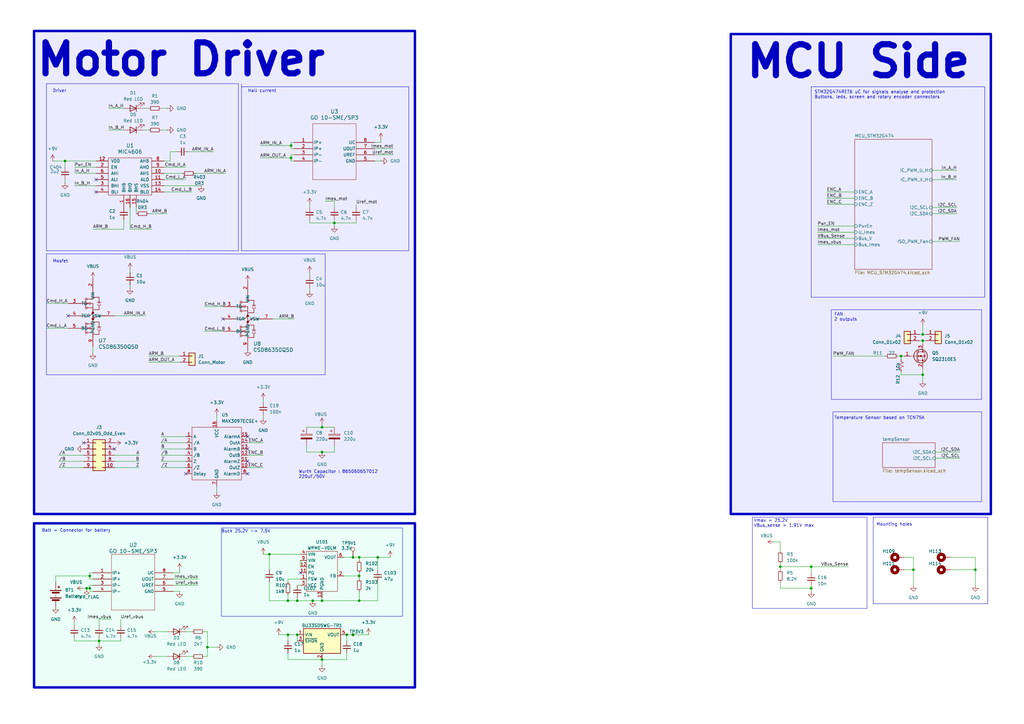
<source format=kicad_sch>
(kicad_sch (version 20250114) (generator "eeschema") (generator_version "9.0")
  (paper "A3")
  (title_block (title "AAP Inverter") (date "2023-10-08") (company "ENSEA"))
  (lib_symbols
    (symbol "CSD86350Q5D_1" (pin_names (offset 0.254))
      (property "Reference" "U7" (at 2.1941 -10.16 0))
      (property "Value" "CSD86350Q5D" (at 2.1941 -12.7 0))
      (symbol "CSD86350Q5D_1_0_1"
        (pin unspecified line (at -10.16 5.08 0) (length 5.08) (name "TG") (number "3"))
        (pin unspecified line (at -10.16 0 0) (length 5.08) (name "TGR") (number "4"))
        (pin unspecified line (at -10.16 -5.08 0) (length 5.08) (name "BG") (number "5"))
        (pin unspecified line (at 0 15.24 270) (length 5.08) (name "VIN") (number "2"))
        (pin unspecified line (at 0 -12.7 90) (length 5.08) (name "PGND") (number "9"))
        (pin unspecified line (at 8.89 0 180) (length 5.08) (name "VSW") (number "7"))
      )
      (symbol "CSD86350Q5D_1_1_1"
        (pin unspecified line (at 0 15.24 270) (length 5.08) (hide yes) (name "VIN") (number "1"))
        (pin unspecified line (at 8.89 0 180) (length 5.08) (hide yes) (name "VSW") (number "6"))
        (pin unspecified line (at 8.89 0 180) (length 5.08) (hide yes) (name "VSW") (number "8"))
      )
    )
    (symbol "CSD87351Q5D:CSD86350Q5D" (pin_names (offset 0.254))
      (property "Reference" "U8" (at 2.1941 -10.16 0))
      (property "Value" "CSD86350Q5D" (at 2.1941 -12.7 0))
      (symbol "CSD86350Q5D_0_1"
        (pin unspecified line (at -10.16 5.08 0) (length 5.08) (name "TG") (number "3"))
        (pin unspecified line (at -10.16 0 0) (length 5.08) (name "TGR") (number "4"))
        (pin unspecified line (at -10.16 -5.08 0) (length 5.08) (name "BG") (number "5"))
        (pin unspecified line (at 0 15.24 270) (length 5.08) (name "VIN") (number "2"))
        (pin unspecified line (at 0 -12.7 90) (length 5.08) (name "PGND") (number "9"))
        (pin unspecified line (at 10.16 0 180) (length 5.08) (name "VSW") (number "7"))
      )
      (symbol "CSD86350Q5D_1_1"
        (pin unspecified line (at 0 15.24 270) (length 5.08) (hide yes) (name "VIN") (number "1"))
        (pin unspecified line (at 10.16 0 180) (length 5.08) (hide yes) (name "VSW") (number "6"))
        (pin unspecified line (at 10.16 0 180) (length 5.08) (hide yes) (name "VSW") (number "8"))
      )
    )
    (symbol "Connector:TestPoint" (pin_numbers (hide yes)) (pin_names (offset 0.762) (hide yes))
      (property "Reference" "TP" (at 0 6.858 0))
      (property "Value" "TestPoint" (at 0 5.08 0))
      (symbol "TestPoint_1_1"
        (pin passive line (at 0 0 90) (length 2.54) (name "1") (number "1"))
      )
    )
    (symbol "Connector:TestPoint_Small" (pin_numbers (hide yes)) (pin_names (offset 0.762) (hide yes))
      (property "Reference" "TP" (at 0 3.81 0))
      (property "Value" "TestPoint_Small" (at 0 2.032 0))
      (symbol "TestPoint_Small_1_1"
        (pin passive line (at 0 0 90) (length 0) (name "1") (number "1"))
      )
    )
    (symbol "Connector_Generic:Conn_01x02" (pin_names (offset 1.016) (hide yes))
      (property "Reference" "J" (at 0 2.54 0))
      (property "Value" "Conn_01x02" (at 0 -5.08 0))
      (symbol "Conn_01x02_1_1"
        (pin passive line (at -5.08 0 0) (length 3.81) (name "Pin_1") (number "1"))
        (pin passive line (at -5.08 -2.54 0) (length 3.81) (name "Pin_2") (number "2"))
      )
    )
    (symbol "Connector_Generic:Conn_02x05_Odd_Even" (pin_names (offset 1.016) (hide yes))
      (property "Reference" "J" (at 1.27 7.62 0))
      (property "Value" "Conn_02x05_Odd_Even" (at 1.27 -7.62 0))
      (symbol "Conn_02x05_Odd_Even_1_1"
        (pin passive line (at -5.08 5.08 0) (length 3.81) (name "Pin_1") (number "1"))
        (pin passive line (at -5.08 2.54 0) (length 3.81) (name "Pin_3") (number "3"))
        (pin passive line (at -5.08 0 0) (length 3.81) (name "Pin_5") (number "5"))
        (pin passive line (at -5.08 -2.54 0) (length 3.81) (name "Pin_7") (number "7"))
        (pin passive line (at -5.08 -5.08 0) (length 3.81) (name "Pin_9") (number "9"))
        (pin passive line (at 7.62 5.08 180) (length 3.81) (name "Pin_2") (number "2"))
        (pin passive line (at 7.62 2.54 180) (length 3.81) (name "Pin_4") (number "4"))
        (pin passive line (at 7.62 0 180) (length 3.81) (name "Pin_6") (number "6"))
        (pin passive line (at 7.62 -2.54 180) (length 3.81) (name "Pin_8") (number "8"))
        (pin passive line (at 7.62 -5.08 180) (length 3.81) (name "Pin_10") (number "10"))
      )
    )
    (symbol "Custom:Buck171013801"
      (property "Reference" "U101" (at 0 10.16 0))
      (property "Value" "WPME-VDLM" (at 0 7.62 0))
      (symbol "Buck171013801_1_1"
        (pin power_in line (at -8.89 5.08 0) (length 2.54) (name "VIN") (number "4"))
        (pin power_in line (at -8.89 5.08 0) (length 2.54) (hide yes) (name "VIN") (number "5"))
        (pin power_out line (at -8.89 2.54 0) (length 2.54) (name "VIN") (number "9"))
        (pin input line (at -8.89 0 0) (length 2.54) (name "EN") (number "12"))
        (pin input line (at -8.89 -2.54 0) (length 2.54) (name "PG") (number "11"))
        (pin input line (at -8.89 -5.08 0) (length 2.54) (name "FSW") (number "1"))
        (pin input line (at -8.89 -7.62 0) (length 2.54) (name "VCC") (number "3"))
        (pin input line (at 0 -12.7 90) (length 2.54) (hide yes) (name "AGND") (number "10"))
        (pin input line (at 0 -12.7 90) (length 2.54) (name "PGND") (number "13"))
        (pin power_out line (at 8.89 3.81 180) (length 2.54) (name "VOUT") (number "6"))
        (pin power_out line (at 8.89 3.81 180) (length 2.54) (hide yes) (name "VOUT") (number "7"))
        (pin input line (at 8.89 -3.81 180) (length 2.54) (name "FB") (number "2"))
      )
    )
    (symbol "Custom:GO_10-SME" (pin_names (offset 0.254))
      (property "Reference" "U" (at 7.62 -12.7 0))
      (property "Value" "GO 10-SME/SP3" (at 0 12.7 0))
      (symbol "GO_10-SME_0_1"
        (pin input line (at -16.51 3.81 0) (length 7.62) (name "IP+") (number "1"))
        (pin input line (at -16.51 1.27 0) (length 7.62) (name "IP+") (number "2"))
        (pin power_in line (at 16.51 3.81 180) (length 7.62) (name "UC") (number "8"))
        (pin output line (at 16.51 1.27 180) (length 7.62) (name "UOUT") (number "7"))
      )
      (symbol "GO_10-SME_1_1"
        (pin passive line (at -16.51 -1.27 0) (length 7.62) (name "IP-") (number "3"))
        (pin passive line (at -16.51 -3.81 0) (length 7.62) (name "IP-") (number "4"))
        (pin output line (at 16.51 -1.27 180) (length 7.62) (name "UREF") (number "6"))
        (pin power_in line (at 16.51 -3.81 180) (length 7.62) (name "GND") (number "5"))
      )
    )
    (symbol "Custom:MAX3097ECSE+"
      (property "Reference" "U" (at -8.89 12.7 0))
      (property "Value" "MAX3097ECSE+" (at 8.89 12.7 0))
      (symbol "MAX3097ECSE+_1_1"
        (pin input line (at -12.7 7.62 0) (length 2.54) (name "A") (number "1"))
        (pin input line (at -12.7 5.08 0) (length 2.54) (name "/A") (number "2"))
        (pin input line (at -12.7 2.54 0) (length 2.54) (name "B") (number "3"))
        (pin input line (at -12.7 0 0) (length 2.54) (name "/B") (number "4"))
        (pin input line (at -12.7 -2.54 0) (length 2.54) (name "Z") (number "5"))
        (pin input line (at -12.7 -5.08 0) (length 2.54) (name "/Z") (number "6"))
        (pin input line (at -12.7 -7.62 0) (length 2.54) (name "Delay") (number "8"))
        (pin power_in line (at 0 13.97 270) (length 2.54) (name "VCC") (number "16"))
        (pin power_in line (at 0 -12.7 90) (length 2.54) (name "GND") (number "7"))
        (pin output line (at 12.7 7.62 180) (length 2.54) (name "AlarmA") (number "15"))
        (pin output line (at 12.7 5.08 180) (length 2.54) (name "OutA") (number "14"))
        (pin output line (at 12.7 2.54 180) (length 2.54) (name "AlarmB") (number "13"))
        (pin output line (at 12.7 0 180) (length 2.54) (name "OutB") (number "12"))
        (pin output line (at 12.7 -2.54 180) (length 2.54) (name "AlarmZ") (number "11"))
        (pin output line (at 12.7 -5.08 180) (length 2.54) (name "OutZ") (number "10"))
        (pin output line (at 12.7 -7.62 180) (length 2.54) (name "AlarmD") (number "8"))
      )
    )
    (symbol "Device:Battery" (pin_numbers (hide yes)) (pin_names (offset 0) (hide yes))
      (property "Reference" "BT1" (at 3.81 1.8416 0))
      (property "Value" "Battery" (at 3.81 -0.6984 0))
      (symbol "Battery_1_1"
        (pin passive line (at 0 5.08 270) (length 2.54) (name "+") (number "2"))
        (pin passive line (at 0 -5.08 90) (length 2.54) (name "-") (number "1"))
      )
    )
    (symbol "Device:C_Polarized" (pin_numbers (hide yes)) (pin_names (offset 0.254))
      (property "Reference" "C" (at 0.635 2.54 0))
      (property "Value" "C_Polarized" (at 0.635 -2.54 0))
      (symbol "C_Polarized_1_1"
        (pin passive line (at 0 3.81 270) (length 2.794) (name "~") (number "1"))
        (pin passive line (at 0 -3.81 90) (length 2.794) (name "~") (number "2"))
      )
    )
    (symbol "Device:C_Small" (pin_numbers (hide yes)) (pin_names (offset 0.254) (hide yes))
      (property "Reference" "C" (at 0.254 1.778 0))
      (property "Value" "C_Small" (at 0.254 -2.032 0))
      (symbol "C_Small_1_1"
        (pin passive line (at 0 2.54 270) (length 2.032) (name "~") (number "1"))
        (pin passive line (at 0 -2.54 90) (length 2.032) (name "~") (number "2"))
      )
    )
    (symbol "Device:LED" (pin_numbers (hide yes)) (pin_names (offset 1.016) (hide yes))
      (property "Reference" "D" (at 0 2.54 0))
      (property "Value" "LED" (at 0 -2.54 0))
      (symbol "LED_1_1"
        (pin passive line (at -3.81 0 0) (length 2.54) (name "K") (number "1"))
        (pin passive line (at 3.81 0 180) (length 2.54) (name "A") (number "2"))
      )
    )
    (symbol "Device:Q_NMOS_GSD" (pin_names (offset 0) (hide yes))
      (property "Reference" "Q" (at 5.08 1.27 0))
      (property "Value" "Q_NMOS_GSD" (at 5.08 -1.27 0))
      (symbol "Q_NMOS_GSD_1_1"
        (pin input line (at -5.08 0 0) (length 2.54) (name "G") (number "1"))
        (pin passive line (at 2.54 5.08 270) (length 2.54) (name "D") (number "3"))
        (pin passive line (at 2.54 -5.08 90) (length 2.54) (name "S") (number "2"))
      )
    )
    (symbol "Device:R_Small" (pin_numbers (hide yes)) (pin_names (offset 0.254) (hide yes))
      (property "Reference" "R" (at 0.762 0.508 0))
      (property "Value" "R_Small" (at 0.762 -1.016 0))
      (symbol "R_Small_1_1"
        (pin passive line (at 0 2.54 270) (length 0.762) (name "~") (number "1"))
        (pin passive line (at 0 -2.54 90) (length 0.762) (name "~") (number "2"))
      )
    )
    (symbol "Device:R_Small_US" (pin_numbers (hide yes)) (pin_names (offset 0.254) (hide yes))
      (property "Reference" "R" (at 0.762 0.508 0))
      (property "Value" "R_Small_US" (at 0.762 -1.016 0))
      (symbol "R_Small_US_1_1"
        (pin passive line (at 0 2.54 270) (length 1.016) (name "~") (number "1"))
        (pin passive line (at 0 -2.54 90) (length 1.016) (name "~") (number "2"))
      )
    )
    (symbol "GND_1" (power) (pin_numbers (hide yes)) (pin_names (offset 0) (hide yes))
      (property "Value" "GND" (at 0 -3.81 0))
      (symbol "GND_1_1_1"
        (pin power_in line (at 0 0 270) (length 0) (name "~") (number "1"))
      )
    )
    (symbol "GND_2" (power) (pin_numbers (hide yes)) (pin_names (offset 0) (hide yes))
      (property "Value" "GND" (at 0 -3.81 0))
      (symbol "GND_2_1_1"
        (pin power_in line (at 0 0 270) (length 0) (name "~") (number "1"))
      )
    )
    (symbol "Mechanical:MountingHole_Pad" (pin_numbers (hide yes)) (pin_names (offset 1.016) (hide yes))
      (property "Reference" "H" (at 0 6.35 0))
      (property "Value" "MountingHole_Pad" (at 0 4.445 0))
      (symbol "MountingHole_Pad_1_1"
        (pin input line (at 0 -2.54 90) (length 2.54) (name "1") (number "1"))
      )
    )
    (symbol "Regulator_Linear:MCP1802x-xx02xOT"
      (property "Reference" "U" (at -6.35 6.35 0))
      (property "Value" "MCP1802x-xx02xOT" (at 0 6.35 0))
      (symbol "MCP1802x-xx02xOT_1_1"
        (pin power_in line (at -10.16 2.54 0) (length 2.54) (name "VIN") (number "1"))
        (pin input line (at -10.16 0 0) (length 2.54) (name "~{SHDN}") (number "3"))
        (pin power_in line (at 0 -7.62 90) (length 2.54) (name "GND") (number "2"))
        (pin no_connect line (at 7.62 0 180) (length 2.54) (hide yes) (name "NC") (number "4"))
        (pin power_out line (at 10.16 2.54 180) (length 2.54) (name "VOUT") (number "5"))
      )
    )
    (symbol "mic4606:MIC4606" (pin_names (offset 1.016))
      (property "Reference" "U1" (at 0 13.97 0))
      (property "Value" "MIC4606" (at 0 11.43 0))
      (symbol "MIC4606_1_1"
        (pin power_in line (at -13.97 7.62 0) (length 5.08) (name "VDD") (number "12"))
        (pin input line (at -13.97 5.08 0) (length 5.08) (name "EN") (number "2"))
        (pin input line (at -13.97 2.54 0) (length 5.08) (name "AHI") (number "6"))
        (pin input line (at -13.97 0 0) (length 5.08) (name "ALI") (number "5"))
        (pin input line (at -13.97 -2.54 0) (length 5.08) (name "BHI") (number "3"))
        (pin input line (at -13.97 -5.08 0) (length 5.08) (name "BLI") (number "4"))
        (pin output line (at -2.54 -11.43 90) (length 5.08) (name "BHB") (number "1"))
        (pin output line (at 0 -11.43 90) (length 5.08) (name "BHO") (number "16"))
        (pin output line (at 2.54 -11.43 90) (length 5.08) (name "BHS") (number "15"))
        (pin output line (at 13.97 7.62 180) (length 5.08) (name "AHB") (number "8"))
        (pin output line (at 13.97 5.08 180) (length 5.08) (name "AHO") (number "9"))
        (pin output line (at 13.97 2.54 180) (length 5.08) (name "AHS") (number "10"))
        (pin output line (at 13.97 0 180) (length 5.08) (name "ALO") (number "11"))
        (pin output line (at 13.97 -2.54 180) (length 5.08) (name "VSS") (number "13"))
        (pin output line (at 13.97 -5.08 180) (length 5.08) (name "BLO") (number "14"))
      )
    )
    (symbol "power:+15V" (power) (pin_numbers (hide yes)) (pin_names (offset 0) (hide yes))
      (property "Value" "+15V" (at 0 3.556 0))
      (symbol "+15V_1_1"
        (pin power_in line (at 0 0 90) (length 0) (name "~") (number "1"))
      )
    )
    (symbol "power:+3.3V" (power) (pin_numbers (hide yes)) (pin_names (offset 0) (hide yes))
      (property "Value" "+3.3V" (at 0 3.556 0))
      (symbol "+3.3V_1_1"
        (pin power_in line (at 0 0 90) (length 0) (name "~") (number "1"))
      )
    )
    (symbol "power:GND" (power) (pin_names (offset 0))
      (property "Value" "GND" (at 0 -3.81 0))
      (symbol "GND_1_1"
        (pin power_in line (at 0 0 270) (length 0) (hide yes) (name "GND") (number "1"))
      )
    )
    (symbol "power:PWR_FLAG" (power) (pin_numbers (hide yes)) (pin_names (offset 0) (hide yes))
      (property "Value" "PWR_FLAG" (at 0 3.81 0))
      (symbol "PWR_FLAG_0_0"
        (pin power_out line (at 0 0 90) (length 0) (name "pwr") (number "1"))
      )
    )
    (symbol "power:VBUS" (power) (pin_numbers (hide yes)) (pin_names (offset 0) (hide yes))
      (property "Value" "VBUS" (at 0 3.556 0))
      (symbol "VBUS_1_1"
        (pin power_in line (at 0 0 90) (length 0) (name "~") (number "1"))
      )
    )
  )
  (rectangle (start 13.97 214.63) (end 170.18 281.94) (stroke (width 1)) (fill (type color) (color 235 255 248 1)))
  (rectangle (start 299.72 13.97) (end 406.4 210.82) (stroke (width 1)) (fill (type color) (color 235 235 255 1)))
  (rectangle (start 90.805 216.535) (end 165.1 252.73))
  (rectangle (start 332.74 35.56) (end 403.86 121.92))
  (rectangle (start 308.61 212.09) (end 355.6 249.555))
  (rectangle (start 13.97 12.7) (end 170.18 210.82) (stroke (width 1)) (fill (type color) (color 235 235 255 1)))
  (rectangle (start 340.995 127) (end 402.59 163.83))
  (rectangle (start 358.14 212.09) (end 405.13 247.65))
  (rectangle (start 341.63 168.91) (end 402.59 205.74))
  (text "Temperature Sensor based on TCN75A" (at 342.138 172.212 0) (effects (font (size 1.27 1.27)) (justify left bottom)))
  (text "STM32G474RET6 uC for signals analyse and protection\nButtons, leds, screen and rotary encoder connectors" (at 334.01 40.64 0) (effects (font (size 1.27 1.27)) (justify left bottom)))
  (text "Mounting holes\n" (at 359.41 215.9 0) (effects (font (size 1.27 1.27)) (justify left bottom)))
  (text "Hall current" (at 101.6 38.1 0) (effects (font (size 1.27 1.27)) (justify left bottom)))
  (text "Mosfet" (at 21.59 107.95 0) (effects (font (size 1.27 1.27)) (justify left bottom)))
  (text "Vmax = 25.2V\nVBus_sense = 1.91V max" (at 309.118 214.63 0) (effects (font (size 1.27 1.27)) (justify left)))
  (text "Wurth Capacitor : 865060657012\n220uF/50V\n" (at 122.428 196.342 0) (effects (font (size 1.27 1.27)) (justify left bottom)))
  (text "Batt = Connector for battery" (at 31.242 217.678 0) (effects (font (size 1.27 1.27))))
  (text "Driver" (at 21.59 38.1 0) (effects (font (size 1.27 1.27)) (justify left bottom)))
  (text "MCU Side" (at 305.054 32.766 0) (effects (font (size 12.7 12.7) (thickness 2.54) (bold yes)) (justify left bottom)))
  (text "FAN \n2 outputs" (at 342.138 131.826 0) (effects (font (size 1.27 1.27)) (justify left bottom)))
  (text "Buck 25.2V -> 7.5V" (at 100.838 217.932 0) (effects (font (size 1.27 1.27))))
  (text "Motor Driver" (at 13.97 32.004 0) (effects (font (size 12.7 12.7) (thickness 2.54) (bold yes)) (justify left bottom)))
  (junction (at 144.78 228.6))
  (junction (at 378.46 137.16))
  (junction (at 147.32 228.6))
  (junction (at 147.32 236.22))
  (junction (at 36.83 236.22))
  (junction (at 40.64 262.89))
  (junction (at 137.16 91.44))
  (junction (at 26.67 66.04))
  (junction (at 320.04 232.41))
  (junction (at 132.08 185.42))
  (junction (at 132.08 246.38))
  (junction (at 378.46 139.7))
  (junction (at 121.92 260.35))
  (junction (at 400.05 233.68))
  (junction (at 332.74 232.41))
  (junction (at 36.83 241.3))
  (junction (at 374.65 233.68))
  (junction (at 110.49 227.33))
  (junction (at 119.38 59.69))
  (junction (at 142.24 260.35))
  (junction (at 119.38 64.77))
  (junction (at 128.27 246.38))
  (junction (at 132.08 270.51))
  (junction (at 154.94 228.6))
  (junction (at 144.78 260.35))
  (junction (at 85.09 265.43))
  (junction (at 35.56 241.3))
  (junction (at 369.57 146.05))
  (junction (at 332.74 241.3))
  (junction (at 147.32 246.38))
  (junction (at 378.46 153.67))
  (junction (at 121.92 246.38))
  (junction (at 118.11 260.35))
  (junction (at 118.11 246.38))
  (junction (at 132.08 175.26))
  (no_connect (at 101.6 189.23))
  (no_connect (at 76.2 194.31))
  (no_connect (at 39.37 78.74))
  (no_connect (at 91.44 130.81))
  (no_connect (at 27.94 129.54))
  (no_connect (at 101.6 184.15))
  (no_connect (at 46.99 184.15))
  (no_connect (at 34.29 181.61))
  (no_connect (at 101.6 194.31))
  (no_connect (at 123.19 234.95))
  (no_connect (at 101.6 179.07))
  (no_connect (at 39.37 73.66))
  (polyline (pts (xy 99.06 35.56) (xy 167.64 35.56)))
  (wire (pts (xy 106.68 59.69) (xy 119.38 59.69)))
  (wire (pts (xy 73.66 234.95) (xy 73.66 233.68)))
  (wire (pts (xy 40.64 262.89) (xy 49.53 262.89)))
  (polyline (pts (xy 167.64 102.87) (xy 99.06 102.87)))
  (wire (pts (xy 377.19 139.7) (xy 378.46 139.7)))
  (wire (pts (xy 339.09 78.74) (xy 350.52 78.74)))
  (wire (pts (xy 383.54 185.42) (xy 393.7 185.42)))
  (wire (pts (xy 46.99 129.54) (xy 59.69 129.54)))
  (wire (pts (xy 332.74 241.3) (xy 332.74 242.57)))
  (wire (pts (xy 137.16 91.44) (xy 146.05 91.44)))
  (wire (pts (xy 66.04 44.45) (xy 68.58 44.45)))
  (wire (pts (xy 378.46 139.7) (xy 379.73 139.7)))
  (wire (pts (xy 83.82 259.08) (xy 85.09 259.08)))
  (polyline (pts (xy 133.35 104.14) (xy 133.35 153.67)))
  (wire (pts (xy 320.04 232.41) (xy 332.74 232.41)))
  (wire (pts (xy 147.32 242.57) (xy 147.32 246.38)))
  (wire (pts (xy 119.38 58.42) (xy 119.38 59.69)))
  (wire (pts (xy 382.27 69.85) (xy 392.43 69.85)))
  (wire (pts (xy 46.99 186.69) (xy 57.15 186.69)))
  (wire (pts (xy 335.28 92.71) (xy 350.52 92.71)))
  (wire (pts (xy 107.95 181.61) (xy 101.6 181.61)))
  (wire (pts (xy 50.8 93.98) (xy 38.1 93.98)))
  (wire (pts (xy 161.29 60.96) (xy 153.67 60.96)))
  (wire (pts (xy 46.99 189.23) (xy 57.15 189.23)))
  (wire (pts (xy 118.11 267.97) (xy 118.11 270.51)))
  (wire (pts (xy 137.16 82.55) (xy 137.16 85.09)))
  (wire (pts (xy 110.49 246.38) (xy 118.11 246.38)))
  (wire (pts (xy 119.38 64.77) (xy 119.38 66.04)))
  (wire (pts (xy 77.47 62.23) (xy 87.63 62.23)))
  (wire (pts (xy 58.42 53.34) (xy 60.96 53.34)))
  (wire (pts (xy 127 90.17) (xy 127 91.44)))
  (wire (pts (xy 121.92 246.38) (xy 128.27 246.38)))
  (wire (pts (xy 320.04 231.14) (xy 320.04 232.41)))
  (wire (pts (xy 83.82 269.24) (xy 85.09 269.24)))
  (wire (pts (xy 69.85 62.23) (xy 72.39 62.23)))
  (wire (pts (xy 26.67 68.58) (xy 26.67 66.04)))
  (wire (pts (xy 378.46 153.67) (xy 378.46 156.21)))
  (wire (pts (xy 76.2 269.24) (xy 78.74 269.24)))
  (wire (pts (xy 125.73 182.88) (xy 125.73 185.42)))
  (wire (pts (xy 320.04 222.25) (xy 320.04 226.06)))
  (polyline (pts (xy 19.05 104.14) (xy 76.2 104.14)))
  (wire (pts (xy 71.12 242.57) (xy 73.66 242.57)))
  (polyline (pts (xy 19.05 104.14) (xy 19.05 153.67)))
  (wire (pts (xy 36.83 242.57) (xy 38.1 242.57)))
  (wire (pts (xy 44.45 44.45) (xy 50.8 44.45)))
  (wire (pts (xy 45.72 254) (xy 40.64 254)))
  (wire (pts (xy 38.1 142.24) (xy 38.1 144.78)))
  (wire (pts (xy 147.32 237.49) (xy 147.32 236.22)))
  (wire (pts (xy 19.05 134.62) (xy 27.94 134.62)))
  (wire (pts (xy 66.04 179.07) (xy 76.2 179.07)))
  (wire (pts (xy 85.09 259.08) (xy 85.09 265.43)))
  (wire (pts (xy 69.85 66.04) (xy 67.31 66.04)))
  (wire (pts (xy 127 111.76) (xy 127 113.03)))
  (wire (pts (xy 35.56 241.3) (xy 36.83 241.3)))
  (wire (pts (xy 128.27 246.38) (xy 132.08 246.38)))
  (wire (pts (xy 26.67 73.66) (xy 26.67 74.93)))
  (wire (pts (xy 378.46 139.7) (xy 378.46 140.97)))
  (wire (pts (xy 400.05 233.68) (xy 400.05 240.03)))
  (wire (pts (xy 389.89 228.6) (xy 400.05 228.6)))
  (polyline (pts (xy 19.05 34.29) (xy 97.79 34.29)))
  (wire (pts (xy 142.24 260.35) (xy 142.24 262.89)))
  (wire (pts (xy 66.04 181.61) (xy 76.2 181.61)))
  (wire (pts (xy 34.29 191.77) (xy 24.13 191.77)))
  (wire (pts (xy 66.04 53.34) (xy 68.58 53.34)))
  (wire (pts (xy 50.8 93.98) (xy 50.8 90.17)))
  (wire (pts (xy 118.11 237.49) (xy 118.11 238.76)))
  (wire (pts (xy 71.12 234.95) (xy 73.66 234.95)))
  (polyline (pts (xy 133.35 153.67) (xy 76.2 153.67)))
  (wire (pts (xy 146.05 90.17) (xy 146.05 91.44)))
  (wire (pts (xy 76.2 68.58) (xy 67.31 68.58)))
  (wire (pts (xy 101.6 186.69) (xy 107.95 186.69)))
  (wire (pts (xy 153.67 58.42) (xy 156.21 58.42)))
  (wire (pts (xy 132.08 270.51) (xy 132.08 273.05)))
  (wire (pts (xy 60.96 146.05) (xy 73.66 146.05)))
  (wire (pts (xy 118.11 260.35) (xy 118.11 262.89)))
  (wire (pts (xy 38.1 237.49) (xy 36.83 237.49)))
  (wire (pts (xy 118.11 260.35) (xy 121.92 260.35)))
  (wire (pts (xy 320.04 238.76) (xy 320.04 241.3)))
  (wire (pts (xy 40.64 262.89) (xy 40.64 264.16)))
  (wire (pts (xy 378.46 151.13) (xy 378.46 153.67)))
  (wire (pts (xy 36.83 240.03) (xy 36.83 241.3)))
  (wire (pts (xy 110.49 238.76) (xy 110.49 246.38)))
  (wire (pts (xy 350.52 83.82) (xy 339.09 83.82)))
  (wire (pts (xy 120.65 60.96) (xy 119.38 60.96)))
  (wire (pts (xy 40.64 261.62) (xy 40.64 262.89)))
  (wire (pts (xy 30.48 68.58) (xy 39.37 68.58)))
  (wire (pts (xy 121.92 260.35) (xy 121.92 262.89)))
  (wire (pts (xy 121.92 245.11) (xy 121.92 246.38)))
  (wire (pts (xy 30.48 255.27) (xy 30.48 256.54)))
  (wire (pts (xy 154.94 238.76) (xy 154.94 246.38)))
  (wire (pts (xy 83.82 125.73) (xy 91.44 125.73)))
  (wire (pts (xy 85.09 265.43) (xy 85.09 269.24)))
  (wire (pts (xy 121.92 240.03) (xy 123.19 240.03)))
  (wire (pts (xy 393.7 99.06) (xy 382.27 99.06)))
  (wire (pts (xy 71.12 237.49) (xy 81.28 237.49)))
  (wire (pts (xy 110.49 227.33) (xy 123.19 227.33)))
  (wire (pts (xy 60.96 87.63) (xy 68.58 87.63)))
  (wire (pts (xy 36.83 240.03) (xy 38.1 240.03)))
  (wire (pts (xy 58.42 44.45) (xy 60.96 44.45)))
  (wire (pts (xy 66.04 186.69) (xy 76.2 186.69)))
  (polyline (pts (xy 76.2 104.14) (xy 77.47 104.14)))
  (wire (pts (xy 153.67 63.5) (xy 161.29 63.5)))
  (wire (pts (xy 127 83.82) (xy 127 85.09)))
  (wire (pts (xy 34.29 189.23) (xy 24.13 189.23)))
  (wire (pts (xy 369.57 146.05) (xy 369.57 147.32)))
  (wire (pts (xy 107.95 227.33) (xy 110.49 227.33)))
  (wire (pts (xy 119.38 64.77) (xy 119.38 63.5)))
  (wire (pts (xy 46.99 191.77) (xy 57.15 191.77)))
  (wire (pts (xy 368.3 146.05) (xy 369.57 146.05)))
  (wire (pts (xy 34.29 241.3) (xy 35.56 241.3)))
  (wire (pts (xy 76.2 73.66) (xy 67.31 73.66)))
  (wire (pts (xy 49.53 254) (xy 49.53 256.54)))
  (wire (pts (xy 111.76 130.81) (xy 120.65 130.81)))
  (wire (pts (xy 30.48 262.89) (xy 40.64 262.89)))
  (wire (pts (xy 67.31 76.2) (xy 82.55 76.2)))
  (polyline (pts (xy 97.79 34.29) (xy 97.79 102.87)))
  (wire (pts (xy 377.19 137.16) (xy 378.46 137.16)))
  (wire (pts (xy 332.74 234.95) (xy 332.74 232.41)))
  (wire (pts (xy 378.46 137.16) (xy 379.73 137.16)))
  (polyline (pts (xy 77.47 104.14) (xy 133.35 104.14)))
  (wire (pts (xy 114.3 260.35) (xy 118.11 260.35)))
  (wire (pts (xy 320.04 232.41) (xy 320.04 233.68)))
  (wire (pts (xy 22.86 236.22) (xy 36.83 236.22)))
  (wire (pts (xy 78.74 78.74) (xy 67.31 78.74)))
  (wire (pts (xy 119.38 66.04) (xy 120.65 66.04)))
  (wire (pts (xy 119.38 58.42) (xy 120.65 58.42)))
  (wire (pts (xy 147.32 246.38) (xy 132.08 246.38)))
  (wire (pts (xy 71.12 240.03) (xy 81.28 240.03)))
  (wire (pts (xy 132.08 173.99) (xy 132.08 175.26)))
  (wire (pts (xy 80.01 71.12) (xy 92.71 71.12)))
  (wire (pts (xy 335.28 100.33) (xy 350.52 100.33)))
  (wire (pts (xy 66.04 184.15) (xy 76.2 184.15)))
  (polyline (pts (xy 19.05 34.29) (xy 19.05 102.87)))
  (wire (pts (xy 101.6 191.77) (xy 107.95 191.77)))
  (wire (pts (xy 332.74 232.41) (xy 347.98 232.41)))
  (wire (pts (xy 118.11 270.51) (xy 132.08 270.51)))
  (wire (pts (xy 119.38 59.69) (xy 119.38 60.96)))
  (wire (pts (xy 369.57 153.67) (xy 378.46 153.67)))
  (wire (pts (xy 382.27 85.09) (xy 392.43 85.09)))
  (wire (pts (xy 66.04 191.77) (xy 76.2 191.77)))
  (wire (pts (xy 118.11 243.84) (xy 118.11 246.38)))
  (wire (pts (xy 341.63 146.05) (xy 363.22 146.05)))
  (wire (pts (xy 53.34 110.49) (xy 53.34 111.76)))
  (wire (pts (xy 137.16 90.17) (xy 137.16 91.44)))
  (wire (pts (xy 118.11 246.38) (xy 121.92 246.38)))
  (wire (pts (xy 60.96 148.59) (xy 73.66 148.59)))
  (wire (pts (xy 320.04 241.3) (xy 332.74 241.3)))
  (wire (pts (xy 127 118.11) (xy 127 119.38)))
  (wire (pts (xy 36.83 236.22) (xy 36.83 237.49)))
  (wire (pts (xy 350.52 97.79) (xy 335.28 97.79)))
  (wire (pts (xy 67.31 71.12) (xy 74.93 71.12)))
  (wire (pts (xy 153.67 66.04) (xy 156.21 66.04)))
  (wire (pts (xy 147.32 229.87) (xy 147.32 228.6)))
  (wire (pts (xy 142.24 260.35) (xy 144.78 260.35)))
  (wire (pts (xy 36.83 234.95) (xy 36.83 236.22)))
  (wire (pts (xy 34.29 186.69) (xy 24.13 186.69)))
  (wire (pts (xy 119.38 63.5) (xy 120.65 63.5)))
  (wire (pts (xy 36.83 241.3) (xy 36.83 242.57)))
  (wire (pts (xy 383.54 187.96) (xy 393.7 187.96)))
  (polyline (pts (xy 99.06 34.29) (xy 99.06 102.87)))
  (wire (pts (xy 40.64 254) (xy 40.64 256.54)))
  (wire (pts (xy 350.52 81.28) (xy 339.09 81.28)))
  (wire (pts (xy 389.89 233.68) (xy 400.05 233.68)))
  (wire (pts (xy 19.05 124.46) (xy 27.94 124.46)))
  (wire (pts (xy 374.65 228.6) (xy 374.65 233.68)))
  (wire (pts (xy 127 91.44) (xy 137.16 91.44)))
  (wire (pts (xy 374.65 240.03) (xy 374.65 233.68)))
  (wire (pts (xy 44.45 53.34) (xy 50.8 53.34)))
  (wire (pts (xy 137.16 91.44) (xy 137.16 92.71)))
  (wire (pts (xy 154.94 246.38) (xy 147.32 246.38)))
  (wire (pts (xy 107.95 163.83) (xy 107.95 165.1)))
  (wire (pts (xy 317.5 222.25) (xy 320.04 222.25)))
  (wire (pts (xy 142.24 270.51) (xy 132.08 270.51)))
  (wire (pts (xy 137.16 182.88) (xy 137.16 185.42)))
  (wire (pts (xy 133.35 82.55) (xy 137.16 82.55)))
  (wire (pts (xy 332.74 240.03) (xy 332.74 241.3)))
  (wire (pts (xy 55.88 87.63) (xy 55.88 85.09)))
  (wire (pts (xy 147.32 236.22) (xy 140.97 236.22)))
  (wire (pts (xy 63.5 269.24) (xy 68.58 269.24)))
  (wire (pts (xy 36.83 234.95) (xy 38.1 234.95)))
  (wire (pts (xy 62.23 93.98) (xy 53.34 93.98)))
  (wire (pts (xy 107.95 170.18) (xy 107.95 171.45)))
  (wire (pts (xy 142.24 267.97) (xy 142.24 270.51)))
  (wire (pts (xy 76.2 259.08) (xy 78.74 259.08)))
  (wire (pts (xy 132.08 185.42) (xy 137.16 185.42)))
  (wire (pts (xy 400.05 233.68) (xy 400.05 228.6)))
  (wire (pts (xy 125.73 185.42) (xy 132.08 185.42)))
  (wire (pts (xy 49.53 261.62) (xy 49.53 262.89)))
  (wire (pts (xy 156.21 58.42) (xy 156.21 57.15)))
  (wire (pts (xy 147.32 234.95) (xy 147.32 236.22)))
  (wire (pts (xy 53.34 93.98) (xy 53.34 85.09)))
  (wire (pts (xy 66.04 189.23) (xy 76.2 189.23)))
  (wire (pts (xy 69.85 62.23) (xy 69.85 66.04)))
  (wire (pts (xy 154.94 228.6) (xy 160.02 228.6)))
  (wire (pts (xy 88.9 199.39) (xy 88.9 201.93)))
  (wire (pts (xy 63.5 259.08) (xy 68.58 259.08)))
  (wire (pts (xy 132.08 175.26) (xy 125.73 175.26)))
  (wire (pts (xy 88.9 170.18) (xy 88.9 172.72)))
  (wire (pts (xy 369.57 152.4) (xy 369.57 153.67)))
  (polyline (pts (xy 76.2 153.67) (xy 19.05 153.67)))
  (wire (pts (xy 144.78 228.6) (xy 140.97 228.6)))
  (wire (pts (xy 132.08 246.38) (xy 132.08 245.11)))
  (wire (pts (xy 147.32 228.6) (xy 154.94 228.6)))
  (wire (pts (xy 110.49 227.33) (xy 110.49 233.68)))
  (wire (pts (xy 144.78 260.35) (xy 151.13 260.35)))
  (wire (pts (xy 21.59 66.04) (xy 26.67 66.04)))
  (wire (pts (xy 106.68 64.77) (xy 119.38 64.77)))
  (wire (pts (xy 378.46 133.35) (xy 378.46 137.16)))
  (wire (pts (xy 26.67 66.04) (xy 39.37 66.04)))
  (wire (pts (xy 22.86 236.22) (xy 22.86 238.76)))
  (wire (pts (xy 154.94 228.6) (xy 154.94 233.68)))
  (wire (pts (xy 382.27 73.66) (xy 392.43 73.66)))
  (wire (pts (xy 123.19 229.87) (xy 123.19 232.41)))
  (wire (pts (xy 335.28 95.25) (xy 350.52 95.25)))
  (wire (pts (xy 370.84 233.68) (xy 374.65 233.68)))
  (wire (pts (xy 53.34 116.84) (xy 53.34 118.11)))
  (wire (pts (xy 132.08 175.26) (xy 137.16 175.26)))
  (polyline (pts (xy 167.64 35.56) (xy 167.64 102.87)))
  (wire (pts (xy 118.11 237.49) (xy 123.19 237.49)))
  (wire (pts (xy 30.48 261.62) (xy 30.48 262.89)))
  (wire (pts (xy 374.65 228.6) (xy 370.84 228.6)))
  (wire (pts (xy 146.05 83.82) (xy 146.05 85.09)))
  (wire (pts (xy 369.57 146.05) (xy 370.84 146.05)))
  (wire (pts (xy 30.48 76.2) (xy 39.37 76.2)))
  (wire (pts (xy 382.27 87.63) (xy 392.43 87.63)))
  (polyline (pts (xy 97.79 102.87) (xy 19.05 102.87)))
  (wire (pts (xy 85.09 265.43) (xy 88.9 265.43)))
  (wire (pts (xy 144.78 228.6) (xy 147.32 228.6)))
  (wire (pts (xy 83.82 135.89) (xy 91.44 135.89)))
  (wire (pts (xy 30.48 71.12) (xy 39.37 71.12)))
  (label "Pwr_EN" (at 335.28 92.71 0))
  (label "Imes_mot" (at 133.35 82.55 0))
  (label "ARM_IN_A" (at 92.71 71.12 180))
  (label "ARM_B" (at 38.1 93.98 0))
  (label "Imes_vbus" (at 81.28 237.49 180))
  (label "In_B_H" (at 30.48 76.2 0))
  (label "Cmd_L_A" (at 76.2 73.66 180))
  (label "Uref_mot" (at 161.29 63.5 180))
  (label "In_A_H" (at 30.48 71.12 0))
  (label "{slash}B" (at 66.04 186.69 0))
  (label "Cmd_H_B" (at 83.82 125.73 0))
  (label "ARM_OUT_A" (at 60.96 148.59 0))
  (label "{slash}Z" (at 24.13 191.77 0))
  (label "Z" (at 57.15 191.77 180))
  (label "ARM_IN_A" (at 59.69 129.54 180))
  (label "Cmd_L_B" (at 83.82 135.89 0))
  (label "Uref_vbus" (at 49.53 254 0))
  (label "PWM_FAN" (at 393.7 99.06 180))
  (label "ARM_OUT_A" (at 106.68 64.77 0))
  (label "PWM_FAN" (at 341.63 146.05 0))
  (label "Uref_vbus" (at 81.28 240.03 180))
  (label "I2C_SDA" (at 392.43 87.63 180))
  (label "VBus_Sense" (at 347.98 232.41 180))
  (label "VBus_Sense" (at 335.28 97.79 0))
  (label "Pwr_EN" (at 30.48 68.58 0))
  (label "In_A_H" (at 392.43 69.85 180))
  (label "Imes_mot" (at 161.29 60.96 180))
  (label "{slash}B" (at 24.13 189.23 0))
  (label "ENC_A" (at 107.95 181.61 180))
  (label "I2C_SCL" (at 393.7 187.96 180))
  (label "Imes_mot" (at 335.28 95.25 0))
  (label "ARM_IN_A" (at 87.63 62.23 180))
  (label "In_B_H" (at 392.43 73.66 180))
  (label "ENC_B" (at 107.95 186.69 180))
  (label "A" (at 66.04 179.07 0))
  (label "Uref_mot" (at 146.05 83.82 0))
  (label "Cmd_L_B" (at 78.74 78.74 180))
  (label "ENC_A" (at 339.09 78.74 0))
  (label "In_B_H" (at 44.45 53.34 0))
  (label "ARM_B" (at 68.58 87.63 180))
  (label "I2C_SCL" (at 392.43 85.09 180))
  (label "{slash}A" (at 66.04 181.61 0))
  (label "I2C_SDA" (at 393.7 185.42 180))
  (label "ARM_B" (at 60.96 146.05 0))
  (label "In_A_H" (at 44.45 44.45 0))
  (label "A" (at 57.15 186.69 180))
  (label "{slash}A" (at 24.13 186.69 0))
  (label "B" (at 66.04 184.15 0))
  (label "Cmd_L_A" (at 19.05 134.62 0))
  (label "ENC_C" (at 107.95 191.77 180))
  (label "B" (at 57.15 189.23 180))
  (label "Cmd_H_A" (at 19.05 124.46 0))
  (label "Imes_vbus" (at 45.72 254 180))
  (label "Imes_vbus" (at 335.28 100.33 0))
  (label "Z" (at 66.04 189.23 0))
  (label "ENC_B" (at 339.09 81.28 0))
  (label "ARM_B" (at 120.65 130.81 180))
  (label "Cmd_H_B" (at 62.23 93.98 180))
  (label "ENC_C" (at 339.09 83.82 0))
  (label "Cmd_H_A" (at 76.2 68.58 180))
  (label "ARM_IN_A" (at 106.68 59.69 0))
  (label "{slash}Z" (at 66.04 191.77 0))
  (symbol (lib_id "power:VBUS") (at 34.29 241.3 90) (unit 1)
    (property "Reference" "#PWR011" (effects (hide yes)))
    (property "Value" "VBUS" (at 33.782 238.76 90) (effects (justify left)))
    (property "Description" "Power symbol creates a global label with name \"VBUS\"" (effects (hide yes)))
  )
  (symbol (lib_id "power:GND") (at 34.29 184.15 270) (unit 1)
    (property "Reference" "#PWR021" (effects (hide yes)))
    (property "Value" "GND" (at 30.48 184.1499 90) (effects (justify right)))
    (property "Description" "Power symbol creates a global label with name \"GND\" , ground" (effects (hide yes)))
  )
  (symbol (lib_id "power:+3.3V") (at 30.48 255.27 0) (unit 1)
    (property "Reference" "#PWR012" (effects (hide yes)))
    (property "Value" "+3.3V" (at 30.48 250.19 0))
    (property "Description" "Power symbol creates a global label with name \"+3.3V\"" (effects (hide yes)))
  )
  (symbol (lib_id "Device:R_Small") (at 81.28 269.24 90) (unit 1)
    (property "Reference" "R10" (at 81.28 271.78 90))
    (property "Value" "390" (at 81.28 274.32 90))
    (property "Footprint" "Resistor_SMD:R_0402_1005Metric" (effects (hide yes)))
    (property "Fournisseur" "Farnell" (effects (hide yes)))
    (property "MFR" "CRCW0402390RFKEDC" (effects (hide yes)))
    (property "Ref" "4177482" (effects (hide yes)))
  )
  (symbol (lib_name "GND_1") (lib_id "power:GND") (at 82.55 76.2 0) (unit 1)
    (property "Reference" "#PWR043" (effects (hide yes)))
    (property "Value" "GND" (at 82.55 81.28 0))
    (property "Description" "Power symbol creates a global label with name \"GND\" , ground" (effects (hide yes)))
  )
  (symbol (lib_id "Mechanical:MountingHole_Pad") (at 387.35 228.6 90) (unit 1)
    (property "Reference" "H113" (at 383.54 226.06 90))
    (property "Value" "MountingHole_Pad" (effects (hide yes)))
    (property "Footprint" "MountingHole:MountingHole_3.2mm_M3_Pad_Via" (effects (hide yes)))
    (property "MFR" "-" (effects (hide yes)))
  )
  (symbol (lib_id "Device:LED") (at 54.61 44.45 180) (unit 1)
    (property "Reference" "D1" (at 54.61 38.1 0))
    (property "Value" "Red LED" (at 54.61 40.64 0))
    (property "Footprint" "LED_SMD:LED_0603_1608Metric" (effects (hide yes)))
    (property "Fournisseur" "Wurth" (effects (hide yes)))
    (property "MFR" "150 060 RS5 504 0" (effects (hide yes)))
  )
  (symbol (lib_id "Device:C_Small") (at 107.95 167.64 0) (unit 1)
    (property "Reference" "C19" (at 110.49 166.3763 0) (effects (justify left)))
    (property "Value" "100n" (at 110.49 168.9163 0) (effects (justify left)))
    (property "Footprint" "Capacitor_SMD:C_0402_1005Metric" (effects (hide yes)))
    (property "Fournisseur" "Wurth" (effects (hide yes)))
    (property "MFR" "885 012 105 018" (effects (hide yes)))
  )
  (symbol (lib_id "Device:C_Small") (at 137.16 87.63 0) (unit 1)
    (property "Reference" "C6" (at 139.7 87.0013 0) (effects (justify left)))
    (property "Value" "4.7n" (at 139.7 89.5413 0) (effects (justify left)))
    (property "Footprint" "Capacitor_SMD:C_0402_1005Metric" (effects (hide yes)))
    (property "Fournisseur" "Wurth" (effects (hide yes)))
    (property "MFR" "885 012 205 048" (effects (hide yes)))
  )
  (symbol (lib_id "Connector_Generic:Conn_01x02") (at 384.81 137.16 0) (unit 1)
    (property "Reference" "J5" (at 387.35 137.795 0) (effects (justify left)))
    (property "Value" "Conn_01x02" (at 387.35 140.335 0) (effects (justify left)))
    (property "Footprint" "Connector_JST:JST_XH_B2B-XH-A_1x02_P2.50mm_Vertical" (effects (hide yes)))
    (property "Fournisseur" "Stock" (effects (hide yes)))
  )
  (symbol (lib_id "Device:R_Small") (at 365.76 146.05 270) (unit 1)
    (property "Reference" "R11" (at 361.95 144.78 90) (effects (justify right)))
    (property "Value" "22" (at 367.03 144.78 90) (effects (justify right)))
    (property "Footprint" "Resistor_SMD:R_0402_1005Metric" (effects (hide yes)))
    (property "Fournisseur" "Stock" (effects (hide yes)))
  )
  (symbol (lib_id "Mechanical:MountingHole_Pad") (at 368.3 228.6 90) (unit 1)
    (property "Reference" "H109" (at 364.49 226.06 90))
    (property "Value" "MountingHole_Pad" (effects (hide yes)))
    (property "Footprint" "MountingHole:MountingHole_3.2mm_M3_Pad_Via" (effects (hide yes)))
    (property "MFR" "-" (effects (hide yes)))
  )
  (symbol (lib_name "CSD86350Q5D_1") (lib_id "CSD87351Q5D:CSD86350Q5D") (at 38.1 129.54 0) (unit 1)
    (property "Reference" "U7" (at 40.2941 139.7 0) (effects (font (size 1.524 1.524)) (justify left)))
    (property "Value" "CSD86350Q5D" (at 40.2941 142.24 0) (effects (font (size 1.524 1.524)) (justify left)))
    (property "Footprint" "CSD87351Q5D:DQY0008A" (effects (hide yes)))
    (property "Datasheet" "CSD86350Q5D" (effects (hide yes)))
  )
  (symbol (lib_id "Device:R_Small") (at 58.42 87.63 270) (mirror x) (unit 1)
    (property "Reference" "R404" (at 58.42 82.55 90))
    (property "Value" "0R3" (at 58.42 85.09 90))
    (property "Footprint" "Resistor_SMD:R_1210_3225Metric" (effects (hide yes)))
    (property "Datasheet" "https://www.vishay.com/docs/20019/rcwe.pdf" (effects (hide yes)))
    (property "Description" "Resistor, small symbol" (effects (hide yes)))
  )
  (symbol (lib_name "GND_2") (lib_id "power:GND") (at 40.64 264.16 0) (unit 1)
    (property "Reference" "#PWR014" (effects (hide yes)))
    (property "Value" "GND" (at 40.64 269.24 0))
    (property "Description" "Power symbol creates a global label with name \"GND\" , ground" (effects (hide yes)))
  )
  (symbol (lib_name "GND_1") (lib_id "power:GND") (at 68.58 53.34 90) (unit 1)
    (property "Reference" "#PWR04" (effects (hide yes)))
    (property "Value" "GND" (at 72.39 53.3399 90) (effects (justify right)))
    (property "Description" "Power symbol creates a global label with name \"GND\" , ground" (effects (hide yes)))
  )
  (symbol (lib_id "Mechanical:MountingHole_Pad") (at 368.3 233.68 90) (unit 1)
    (property "Reference" "H111" (at 364.49 231.14 90))
    (property "Value" "MountingHole_Pad" (effects (hide yes)))
    (property "Footprint" "MountingHole:MountingHole_3.2mm_M3_Pad_Via" (effects (hide yes)))
    (property "MFR" "-" (effects (hide yes)))
  )
  (symbol (lib_name "GND_1") (lib_id "power:GND") (at 137.16 92.71 0) (unit 1)
    (property "Reference" "#PWR06" (effects (hide yes)))
    (property "Value" "GND" (at 137.16 97.79 0))
    (property "Description" "Power symbol creates a global label with name \"GND\" , ground" (effects (hide yes)))
  )
  (symbol (lib_id "Device:C_Polarized") (at 137.16 179.07 0) (unit 1)
    (property "Reference" "C10" (at 140.97 177.546 0) (effects (justify left)))
    (property "Value" "220u" (at 140.97 180.086 0) (effects (justify left)))
    (property "Footprint" "Capacitor_SMD:C_Elec_10x10.2" (effects (hide yes)))
    (property "Datasheet" "https://www.we-online.com/en/components/products/WCAP-ASLL#865060657012" (effects (hide yes)))
    (property "Fournisseur" "Wurth" (effects (hide yes)))
    (property "MFR" "865060657012" (effects (hide yes)))
  )
  (symbol (lib_name "GND_2") (lib_id "power:GND") (at 88.9 265.43 90) (unit 1)
    (property "Reference" "#PWR036" (effects (hide yes)))
    (property "Value" "GND" (at 92.71 265.4299 90) (effects (justify right)))
    (property "Description" "Power symbol creates a global label with name \"GND\" , ground" (effects (hide yes)))
  )
  (symbol (lib_name "GND_1") (lib_id "power:GND") (at 101.6 143.51 0) (unit 1)
    (property "Reference" "#PWR049" (effects (hide yes)))
    (property "Value" "GND" (at 101.6 148.59 0))
    (property "Description" "Power symbol creates a global label with name \"GND\" , ground" (effects (hide yes)))
  )
  (symbol (lib_id "Device:R_Small") (at 118.11 241.3 0) (unit 1)
    (property "Reference" "R101" (at 113.03 240.03 0) (effects (justify left)))
    (property "Value" "1k8" (at 113.03 242.57 0) (effects (justify left)))
    (property "Footprint" "Resistor_SMD:R_0402_1005Metric" (effects (hide yes)))
    (property "Description" "Resistor, small symbol" (effects (hide yes)))
  )
  (symbol (lib_id "power:GND") (at 88.9 201.93 0) (unit 1)
    (property "Reference" "#PWR024" (effects (hide yes)))
    (property "Value" "GND" (at 88.9 207.01 0))
    (property "Description" "Power symbol creates a global label with name \"GND\" , ground" (effects (hide yes)))
  )
  (symbol (lib_id "power:VBUS") (at 107.95 227.33 0) (unit 1)
    (property "Reference" "#PWR019" (effects (hide yes)))
    (property "Value" "VBUS" (at 107.95 222.25 0))
    (property "Description" "Power symbol creates a global label with name \"VBUS\"" (effects (hide yes)))
  )
  (symbol (lib_id "Device:C_Small") (at 74.93 62.23 270) (unit 1)
    (property "Reference" "C3" (at 74.9236 55.88 90))
    (property "Value" "1u" (at 74.9236 58.42 90))
    (property "Footprint" "Capacitor_SMD:C_0805_2012Metric" (effects (hide yes)))
    (property "Description" "Unpolarized capacitor, small symbol" (effects (hide yes)))
  )
  (symbol (lib_id "Device:C_Small") (at 50.8 87.63 0) (unit 1)
    (property "Reference" "C2" (at 44.704 86.614 0) (effects (justify left)))
    (property "Value" "1u" (at 44.704 89.154 0) (effects (justify left)))
    (property "Footprint" "Capacitor_SMD:C_0805_2012Metric" (effects (hide yes)))
    (property "Description" "Unpolarized capacitor, small symbol" (effects (hide yes)))
  )
  (symbol (lib_id "Device:C_Small") (at 53.34 114.3 0) (unit 1)
    (property "Reference" "C1" (at 55.88 113.0363 0) (effects (justify left)))
    (property "Value" "10u" (at 55.88 115.5763 0) (effects (justify left)))
    (property "Footprint" "Capacitor_SMD:C_2220_5750Metric" (effects (hide yes)))
    (property "Datasheet" "https://docs.rs-online.com/a734/A700000009521088.pdf" (effects (hide yes)))
    (property "Description" "885012214005" (effects (hide yes)))
    (property "URL" "https://www.we-online.com/components/products/datasheet/885012214001.pdf" (effects (hide yes)))
    (property "Fournisseur" "Wurth" (effects (hide yes)))
    (property "MFR" "885 012 214 001" (effects (hide yes)))
  )
  (symbol (lib_id "Device:C_Small") (at 118.11 265.43 0) (unit 1)
    (property "Reference" "C17" (at 120.65 264.1663 0) (effects (justify left)))
    (property "Value" "1u" (at 120.65 266.7063 0) (effects (justify left)))
    (property "Footprint" "Capacitor_SMD:C_0603_1608Metric_Pad1.08x0.95mm_HandSolder" (effects (hide yes)))
  )
  (symbol (lib_name "GND_1") (lib_id "power:GND") (at 53.34 118.11 0) (unit 1)
    (property "Reference" "#PWR044" (effects (hide yes)))
    (property "Value" "GND" (at 53.34 123.19 0))
    (property "Description" "Power symbol creates a global label with name \"GND\" , ground" (effects (hide yes)))
  )
  (symbol (lib_id "Device:R_Small") (at 81.28 259.08 90) (unit 1)
    (property "Reference" "R6" (at 81.28 261.62 90))
    (property "Value" "2k7" (at 81.28 264.16 90))
    (property "Footprint" "Resistor_SMD:R_0402_1005Metric" (effects (hide yes)))
    (property "Fournisseur" "Stock" (effects (hide yes)))
  )
  (symbol (lib_id "power:+3.3V") (at 88.9 170.18 0) (unit 1)
    (property "Reference" "#PWR023" (effects (hide yes)))
    (property "Value" "+3.3V" (at 88.9 165.1 0))
    (property "Description" "Power symbol creates a global label with name \"+3.3V\"" (effects (hide yes)))
  )
  (symbol (lib_name "GND_2") (lib_id "power:GND") (at 332.74 242.57 0) (unit 1)
    (property "Reference" "#PWR016" (effects (hide yes)))
    (property "Value" "GND" (at 332.74 247.65 0))
    (property "Description" "Power symbol creates a global label with name \"GND\" , ground" (effects (hide yes)))
  )
  (symbol (lib_id "power:VBUS") (at 63.5 259.08 90) (unit 1)
    (property "Reference" "#PWR032" (effects (hide yes)))
    (property "Value" "VBUS" (at 64.262 260.858 90) (effects (justify left)))
    (property "Description" "Power symbol creates a global label with name \"VBUS\"" (effects (hide yes)))
  )
  (symbol (lib_id "Device:R_Small") (at 77.47 71.12 270) (mirror x) (unit 1)
    (property "Reference" "R403" (at 81.788 72.644 90))
    (property "Value" "0R3" (at 81.788 75.184 90))
    (property "Footprint" "Resistor_SMD:R_1210_3225Metric" (effects (hide yes)))
    (property "Datasheet" "https://www.vishay.com/docs/20019/rcwe.pdf" (effects (hide yes)))
    (property "Description" "Resistor, small symbol" (effects (hide yes)))
  )
  (symbol (lib_id "power:GND") (at 374.65 240.03 0) (unit 1)
    (property "Reference" "#PWR0107" (effects (hide yes)))
    (property "Value" "GND" (at 374.65 245.11 0))
  )
  (symbol (lib_id "Device:C_Small") (at 40.64 259.08 0) (unit 1)
    (property "Reference" "C14" (at 43.18 258.4513 0) (effects (justify left)))
    (property "Value" "4.7n" (at 43.18 260.9913 0) (effects (justify left)))
    (property "Footprint" "Capacitor_SMD:C_0402_1005Metric" (effects (hide yes)))
    (property "Fournisseur" "Wurth" (effects (hide yes)))
    (property "MFR" "885 012 205 048" (effects (hide yes)))
  )
  (symbol (lib_id "Custom:Buck171013801") (at 132.08 232.41 0) (unit 1)
    (property "Reference" "U101" (at 132.08 222.25 0))
    (property "Value" "WPME-VDLM" (at 132.08 224.79 0))
    (property "Footprint" "CustomLibrary:WPME-VDLM" (effects (hide yes)))
    (property "Datasheet" "https://www.we-online.com/components/products/datasheet/171013801.pdf" (effects (hide yes)))
    (property "MPN" "171013801" (effects (hide yes)))
  )
  (symbol (lib_id "Device:C_Small") (at 146.05 87.63 0) (unit 1)
    (property "Reference" "C7" (at 148.59 87.0013 0) (effects (justify left)))
    (property "Value" "4.7n" (at 148.59 89.5413 0) (effects (justify left)))
    (property "Footprint" "Capacitor_SMD:C_0402_1005Metric" (effects (hide yes)))
    (property "Fournisseur" "Wurth" (effects (hide yes)))
    (property "MFR" "885 012 205 048" (effects (hide yes)))
  )
  (symbol (lib_id "Device:LED") (at 72.39 259.08 180) (unit 1)
    (property "Reference" "D3" (at 72.39 261.62 0))
    (property "Value" "Red LED" (at 72.39 264.16 0))
    (property "Footprint" "LED_SMD:LED_0603_1608Metric" (effects (hide yes)))
    (property "Fournisseur" "Wurth" (effects (hide yes)))
    (property "MFR" "150 060 RS5 504 0" (effects (hide yes)))
  )
  (symbol (lib_id "power:+3.3V") (at 156.21 57.15 0) (unit 1)
    (property "Reference" "#PWR055" (effects (hide yes)))
    (property "Value" "+3.3V" (at 156.21 52.07 0))
    (property "Description" "Power symbol creates a global label with name \"+3.3V\"" (effects (hide yes)))
  )
  (symbol (lib_id "Device:C_Small") (at 127 115.57 0) (unit 1)
    (property "Reference" "C4" (at 129.54 114.3063 0) (effects (justify left)))
    (property "Value" "10u" (at 129.54 116.8463 0) (effects (justify left)))
    (property "Footprint" "Capacitor_SMD:C_2220_5750Metric" (effects (hide yes)))
    (property "Datasheet" "https://docs.rs-online.com/a734/A700000009521088.pdf" (effects (hide yes)))
    (property "Description" "885012214005" (effects (hide yes)))
    (property "URL" "https://www.we-online.com/components/products/datasheet/885012214001.pdf" (effects (hide yes)))
    (property "Fournisseur" "Wurth" (effects (hide yes)))
    (property "MFR" "885 012 214 001" (effects (hide yes)))
  )
  (symbol (lib_id "power:PWR_FLAG") (at 35.56 241.3 180) (unit 1)
    (property "Reference" "#FLG04" (effects (hide yes)))
    (property "Value" "PWR_FLAG" (at 35.814 244.856 0))
  )
  (symbol (lib_id "CSD87351Q5D:CSD86350Q5D") (at 101.6 130.81 0) (unit 1)
    (property "Reference" "U8" (at 103.7941 140.97 0) (effects (font (size 1.524 1.524)) (justify left)))
    (property "Value" "CSD86350Q5D" (at 103.7941 143.51 0) (effects (font (size 1.524 1.524)) (justify left)))
    (property "Footprint" "CSD87351Q5D:DQY0008A" (effects (hide yes)))
    (property "Datasheet" "CSD86350Q5D" (effects (hide yes)))
  )
  (symbol (lib_name "GND_1") (lib_id "power:GND") (at 127 119.38 0) (unit 1)
    (property "Reference" "#PWR046" (effects (hide yes)))
    (property "Value" "GND" (at 127 124.46 0))
    (property "Description" "Power symbol creates a global label with name \"GND\" , ground" (effects (hide yes)))
  )
  (symbol (lib_id "power:+3.3V") (at 107.95 163.83 0) (unit 1)
    (property "Reference" "#PWR025" (effects (hide yes)))
    (property "Value" "+3.3V" (at 107.95 158.75 0))
    (property "Description" "Power symbol creates a global label with name \"+3.3V\"" (effects (hide yes)))
  )
  (symbol (lib_id "power:GND") (at 400.05 240.03 0) (unit 1)
    (property "Reference" "#PWR0109" (effects (hide yes)))
    (property "Value" "GND" (at 400.05 245.11 0))
  )
  (symbol (lib_id "power:+3.3V") (at 63.5 269.24 90) (unit 1)
    (property "Reference" "#PWR030" (effects (hide yes)))
    (property "Value" "+3.3V" (at 64.262 271.526 90) (effects (justify left)))
    (property "Description" "Power symbol creates a global label with name \"+3.3V\"" (effects (hide yes)))
  )
  (symbol (lib_name "GND_1") (lib_id "power:GND") (at 68.58 44.45 90) (unit 1)
    (property "Reference" "#PWR01" (effects (hide yes)))
    (property "Value" "GND" (at 72.39 44.4499 90) (effects (justify right)))
    (property "Description" "Power symbol creates a global label with name \"GND\" , ground" (effects (hide yes)))
  )
  (symbol (lib_id "power:+3.3V") (at 127 83.82 0) (unit 1)
    (property "Reference" "#PWR052" (effects (hide yes)))
    (property "Value" "+3.3V" (at 127 78.74 0))
    (property "Description" "Power symbol creates a global label with name \"+3.3V\"" (effects (hide yes)))
  )
  (symbol (lib_id "Device:R_Small") (at 147.32 240.03 0) (unit 1)
    (property "Reference" "R103" (at 149.86 238.7599 0) (effects (justify left)))
    (property "Value" "2k" (at 149.86 241.2999 0) (effects (justify left)))
    (property "Footprint" "Resistor_SMD:R_0402_1005Metric" (effects (hide yes)))
    (property "Description" "Resistor, small symbol" (effects (hide yes)))
  )
  (symbol (lib_id "Device:C_Small") (at 142.24 265.43 0) (unit 1)
    (property "Reference" "C18" (at 144.78 264.1663 0) (effects (justify left)))
    (property "Value" "1u" (at 144.78 266.7063 0) (effects (justify left)))
    (property "Footprint" "Capacitor_SMD:C_0603_1608Metric_Pad1.08x0.95mm_HandSolder" (effects (hide yes)))
  )
  (symbol (lib_id "power:GND") (at 107.95 171.45 0) (unit 1)
    (property "Reference" "#PWR026" (effects (hide yes)))
    (property "Value" "GND" (at 107.95 176.53 0))
    (property "Description" "Power symbol creates a global label with name \"GND\" , ground" (effects (hide yes)))
  )
  (symbol (lib_id "Device:LED") (at 72.39 269.24 180) (unit 1)
    (property "Reference" "D8" (at 72.39 271.78 0))
    (property "Value" "Red LED" (at 72.39 274.32 0))
    (property "Footprint" "LED_SMD:LED_0603_1608Metric" (effects (hide yes)))
    (property "Fournisseur" "Wurth" (effects (hide yes)))
    (property "MFR" "150 060 RS5 504 0" (effects (hide yes)))
  )
  (symbol (lib_id "power:VBUS") (at 127 111.76 0) (unit 1)
    (property "Reference" "#PWR010" (effects (hide yes)))
    (property "Value" "VBUS" (at 127 106.68 0))
    (property "Description" "Power symbol creates a global label with name \"VBUS\"" (effects (hide yes)))
  )
  (symbol (lib_id "Device:R_Small") (at 147.32 232.41 0) (unit 1)
    (property "Reference" "R102" (at 149.86 231.1399 0) (effects (justify left)))
    (property "Value" "20k" (at 149.86 233.6799 0) (effects (justify left)))
    (property "Footprint" "Resistor_SMD:R_0402_1005Metric" (effects (hide yes)))
    (property "Description" "Resistor, small symbol" (effects (hide yes)))
  )
  (symbol (lib_name "GND_1") (lib_id "power:GND") (at 156.21 66.04 90) (unit 1)
    (property "Reference" "#PWR07" (effects (hide yes)))
    (property "Value" "GND" (at 160.02 66.0399 90) (effects (justify right)))
    (property "Description" "Power symbol creates a global label with name \"GND\" , ground" (effects (hide yes)))
  )
  (symbol (lib_id "power:GND") (at 132.08 273.05 0) (unit 1)
    (property "Reference" "#PWR033" (effects (hide yes)))
    (property "Value" "GND" (at 132.08 278.13 0))
  )
  (symbol (lib_id "Device:C_Polarized") (at 125.73 179.07 0) (unit 1)
    (property "Reference" "C8" (at 129.54 177.546 0) (effects (justify left)))
    (property "Value" "220u" (at 129.54 180.086 0) (effects (justify left)))
    (property "Footprint" "Capacitor_SMD:C_Elec_10x10.2" (effects (hide yes)))
    (property "Datasheet" "https://www.we-online.com/en/components/products/WCAP-ASLL#865060657012" (effects (hide yes)))
    (property "Fournisseur" "Wurth" (effects (hide yes)))
    (property "MFR" "865060657012" (effects (hide yes)))
  )
  (symbol (lib_id "power:+3.3V") (at 73.66 233.68 0) (unit 1)
    (property "Reference" "#PWR013" (effects (hide yes)))
    (property "Value" "+3.3V" (at 73.66 228.6 0))
    (property "Description" "Power symbol creates a global label with name \"+3.3V\"" (effects (hide yes)))
  )
  (symbol (lib_id "Device:R_Small") (at 320.04 228.6 0) (unit 1)
    (property "Reference" "R3" (at 322.58 227.3299 0) (effects (justify left)))
    (property "Value" "100k" (at 322.58 229.8699 0) (effects (justify left)))
    (property "Footprint" "Resistor_SMD:R_0402_1005Metric" (effects (hide yes)))
    (property "Fournisseur" "Stock" (effects (hide yes)))
  )
  (symbol (lib_id "power:GND") (at 132.08 185.42 0) (unit 1)
    (property "Reference" "#PWR053" (effects (hide yes)))
    (property "Value" "GND" (at 132.08 190.5 0))
    (property "Description" "Power symbol creates a global label with name \"GND\" , ground" (effects (hide yes)))
  )
  (symbol (lib_id "Connector_Generic:Conn_02x05_Odd_Even") (at 39.37 186.69 0) (unit 1)
    (property "Reference" "J3" (at 40.64 175.26 0))
    (property "Value" "Conn_02x05_Odd_Even" (at 40.64 177.8 0))
    (property "Footprint" "Connector_PinHeader_1.27mm:PinHeader_2x05_P1.27mm_Vertical_SMD" (effects (hide yes)))
    (property "Description" "Generic connector, double row, 02x05, odd/even pin numbering scheme (row 1 odd numbers, row 2 even numbers), script generated (kicad-library-utils/schlib/autogen/connector/)" (effects (hide yes)))
  )
  (symbol (lib_id "power:+15V") (at 160.02 228.6 0) (unit 1)
    (property "Reference" "#PWR0104" (effects (hide yes)))
    (property "Value" "+9V" (at 160.02 223.52 0))
    (property "Description" "Power symbol creates a global label with name \"+15V\"" (effects (hide yes)))
  )
  (symbol (lib_id "Connector_Generic:Conn_01x02") (at 372.11 137.16 0) (mirror y) (unit 1)
    (property "Reference" "J4" (at 369.57 137.795 0) (effects (justify left)))
    (property "Value" "Conn_01x02" (at 369.57 140.335 0) (effects (justify left)))
    (property "Footprint" "Connector_JST:JST_XH_B2B-XH-A_1x02_P2.50mm_Vertical" (effects (hide yes)))
    (property "Fournisseur" "Stock" (effects (hide yes)))
  )
  (symbol (lib_id "Custom:GO_10-SME") (at 137.16 62.23 0) (unit 1)
    (property "Reference" "U3" (at 137.16 45.72 0) (effects (font (size 1.524 1.524))))
    (property "Value" "GO 10-SME/SP3" (at 137.16 48.26 0) (effects (font (size 1.524 1.524))))
    (property "Footprint" "Custom:SOIC8-GO-SME&slash_SP3_LEM" (effects (hide yes)))
    (property "Datasheet" "GO 10-SME" (effects (hide yes)))
  )
  (symbol (lib_id "Device:C_Small") (at 110.49 236.22 0) (unit 1)
    (property "Reference" "C9" (at 113.03 234.9563 0) (effects (justify left)))
    (property "Value" "10u" (at 113.03 237.4963 0) (effects (justify left)))
    (property "Footprint" "Capacitor_SMD:C_2220_5750Metric" (effects (hide yes)))
    (property "Datasheet" "https://docs.rs-online.com/a734/A700000009521088.pdf" (effects (hide yes)))
    (property "Description" "885012214005" (effects (hide yes)))
    (property "URL" "https://www.we-online.com/components/products/datasheet/885012214001.pdf" (effects (hide yes)))
    (property "Fournisseur" "Wurth" (effects (hide yes)))
    (property "MFR" "885 012 214 001" (effects (hide yes)))
  )
  (symbol (lib_id "power:VBUS") (at 53.34 110.49 0) (unit 1)
    (property "Reference" "#PWR045" (effects (hide yes)))
    (property "Value" "VBUS" (at 53.34 105.41 0))
    (property "Description" "Power symbol creates a global label with name \"VBUS\"" (effects (hide yes)))
  )
  (symbol (lib_id "Connector:TestPoint") (at 144.78 228.6 0) (unit 1)
    (property "Reference" "TP9V1" (at 140.208 222.758 0) (effects (justify left)))
    (property "Value" "3.3V" (at 139.954 224.79 0) (effects (justify left)))
    (property "Footprint" "TestPoint:TestPoint_Pad_D1.0mm" (effects (hide yes)))
    (property "Description" "test point" (effects (hide yes)))
  )
  (symbol (lib_id "power:GND") (at 378.46 156.21 0) (unit 1)
    (property "Reference" "#PWR020" (effects (hide yes)))
    (property "Value" "GND" (at 378.46 161.29 0))
    (property "Description" "Power symbol creates a global label with name \"GND\" , ground" (effects (hide yes)))
  )
  (symbol (lib_id "Custom:MAX3097ECSE+") (at 88.9 186.69 0) (unit 1)
    (property "Reference" "U5" (at 90.8559 170.18 0) (effects (justify left)))
    (property "Value" "MAX3097ECSE+" (at 90.8559 172.72 0) (effects (justify left)))
    (property "Footprint" "Package_SO:SOIC-16_3.9x9.9mm_P1.27mm" (effects (hide yes)))
    (property "Datasheet" "https://www.mouser.fr/datasheet/2/609/MAX3097E_MAX3098E-3128450.pdf" (effects (hide yes)))
    (property "Fournisseur" "Farnell" (effects (hide yes)))
    (property "MFR" "MAX3097ECSE+" (effects (hide yes)))
    (property "Ref" "2518786" (effects (hide yes)))
  )
  (symbol (lib_name "GND_2") (lib_id "power:GND") (at 73.66 242.57 0) (unit 1)
    (property "Reference" "#PWR015" (effects (hide yes)))
    (property "Value" "GND" (at 73.66 247.65 0))
    (property "Description" "Power symbol creates a global label with name \"GND\" , ground" (effects (hide yes)))
  )
  (symbol (lib_id "Device:LED") (at 54.61 53.34 180) (unit 1)
    (property "Reference" "D5" (at 54.61 46.99 0))
    (property "Value" "Red LED" (at 54.61 49.53 0))
    (property "Footprint" "LED_SMD:LED_0603_1608Metric" (effects (hide yes)))
    (property "Fournisseur" "Wurth" (effects (hide yes)))
    (property "MFR" "150 060 RS5 504 0" (effects (hide yes)))
  )
  (symbol (lib_id "power:+15V") (at 378.46 133.35 0) (unit 1)
    (property "Reference" "#PWR0108" (effects (hide yes)))
    (property "Value" "+9V" (at 378.46 128.27 0))
    (property "Description" "Power symbol creates a global label with name \"+15V\"" (effects (hide yes)))
  )
  (symbol (lib_id "Device:R_Small_US") (at 369.57 149.86 0) (unit 1)
    (property "Reference" "R12" (at 368.3 153.67 90) (effects (justify right)))
    (property "Value" "10k" (at 368.3 148.59 90) (effects (justify right)))
    (property "Footprint" "Resistor_SMD:R_0402_1005Metric" (effects (hide yes)))
    (property "Fournisseur" "Farnell" (effects (hide yes)))
    (property "MFR" "MC00625W0402110K" (effects (hide yes)))
    (property "Ref" "2130433" (effects (hide yes)))
  )
  (symbol (lib_id "Regulator_Linear:MCP1802x-xx02xOT") (at 132.08 262.89 0) (unit 1)
    (property "Reference" "BU33SD5WG-TR1" (at 132.08 256.54 0))
    (property "Value" "LM1117DT-3.3" (effects (hide yes)))
    (property "Footprint" "Package_TO_SOT_SMD:SOT-23-5" (effects (hide yes)))
    (property "Datasheet" "http://ww1.microchip.com/downloads/en/DeviceDoc/22053C.pdf" (effects (hide yes)))
  )
  (symbol (lib_id "power:+3.3V") (at 151.13 260.35 0) (unit 1)
    (property "Reference" "#PWR070" (effects (hide yes)))
    (property "Value" "+3.3V" (at 151.13 255.27 0))
    (property "Description" "Power symbol creates a global label with name \"+3.3V\"" (effects (hide yes)))
  )
  (symbol (lib_id "Device:Q_NMOS_GSD") (at 375.92 146.05 0) (unit 1)
    (property "Reference" "Q5" (at 382.27 144.7799 0) (effects (justify left)))
    (property "Value" "SQ2310ES" (at 382.27 147.3199 0) (effects (justify left)))
    (property "Footprint" "Package_TO_SOT_SMD:SOT-23" (effects (hide yes)))
    (property "Fournisseur" "RS" (effects (hide yes)))
    (property "MFR" "SQ2310ES-T1_BE3" (effects (hide yes)))
    (property "Ref" "787-9443" (effects (hide yes)))
  )
  (symbol (lib_id "Custom:GO_10-SME") (at 54.61 238.76 0) (unit 1)
    (property "Reference" "U2" (at 54.61 223.52 0) (effects (font (size 1.524 1.524))))
    (property "Value" "GO 10-SME/SP3" (at 54.61 226.06 0) (effects (font (size 1.524 1.524))))
    (property "Footprint" "Custom:SOIC8-GO-SME&slash_SP3_LEM" (effects (hide yes)))
    (property "Datasheet" "GO 10-SME" (effects (hide yes)))
    (property "MFR" "GO 10-SME/SP3" (effects (hide yes)))
    (property "Fournisseur" "Farnell" (effects (hide yes)))
    (property "Ref" "3796461" (effects (hide yes)))
  )
  (symbol (lib_id "Device:R_Small") (at 320.04 236.22 0) (unit 1)
    (property "Reference" "R5" (at 322.58 234.9499 0) (effects (justify left)))
    (property "Value" "8.2K" (at 322.58 237.4899 0) (effects (justify left)))
    (property "Footprint" "Resistor_SMD:R_0402_1005Metric" (effects (hide yes)))
    (property "Fournisseur" "Farnell" (effects (hide yes)))
    (property "MFR" "MCWR04X1001FTL" (effects (hide yes)))
    (property "Ref" "2446437" (effects (hide yes)))
  )
  (symbol (lib_id "power:+3.3V") (at 46.99 181.61 270) (unit 1)
    (property "Reference" "#PWR022" (effects (hide yes)))
    (property "Value" "+3.3V" (at 50.8 181.6099 90) (effects (justify left)))
    (property "Description" "Power symbol creates a global label with name \"+3.3V\"" (effects (hide yes)))
  )
  (symbol (lib_id "power:VBUS") (at 132.08 173.99 0) (unit 1)
    (property "Reference" "#PWR09" (effects (hide yes)))
    (property "Value" "VBUS" (at 131.572 169.926 0))
    (property "Description" "Power symbol creates a global label with name \"VBUS\"" (effects (hide yes)))
  )
  (symbol (lib_id "Device:C_Small") (at 127 87.63 0) (unit 1)
    (property "Reference" "C5" (at 129.54 87.0013 0) (effects (justify left)))
    (property "Value" "4.7n" (at 129.54 89.5413 0) (effects (justify left)))
    (property "Footprint" "Capacitor_SMD:C_0402_1005Metric" (effects (hide yes)))
    (property "Fournisseur" "Wurth" (effects (hide yes)))
    (property "MFR" "885 012 205 048" (effects (hide yes)))
  )
  (symbol (lib_id "Mechanical:MountingHole_Pad") (at 387.35 233.68 90) (unit 1)
    (property "Reference" "H114" (at 383.54 231.14 90))
    (property "Value" "MountingHole_Pad" (effects (hide yes)))
    (property "Footprint" "MountingHole:MountingHole_3.2mm_M3_Pad_Via" (effects (hide yes)))
    (property "MFR" "-" (effects (hide yes)))
  )
  (symbol (lib_id "Device:R_Small") (at 63.5 44.45 90) (unit 1)
    (property "Reference" "R1" (at 63.5 39.37 90))
    (property "Value" "390" (at 63.5 41.91 90))
    (property "Footprint" "Resistor_SMD:R_0402_1005Metric" (effects (hide yes)))
    (property "Fournisseur" "Farnell" (effects (hide yes)))
    (property "MFR" "CRCW0402390RFKEDC" (effects (hide yes)))
    (property "Ref" "4177482" (effects (hide yes)))
  )
  (symbol (lib_id "Device:C_Small") (at 121.92 242.57 0) (unit 1)
    (property "Reference" "C102" (at 124.46 241.3062 0) (effects (justify left)))
    (property "Value" "1u" (at 124.46 243.8462 0) (effects (justify left)))
    (property "Footprint" "Capacitor_SMD:C_0603_1608Metric" (effects (hide yes)))
    (property "Description" "Unpolarized capacitor, small symbol" (effects (hide yes)))
  )
  (symbol (lib_id "Device:C_Small") (at 30.48 259.08 0) (unit 1)
    (property "Reference" "C13" (at 33.02 258.4513 0) (effects (justify left)))
    (property "Value" "4.7n" (at 33.02 260.9913 0) (effects (justify left)))
    (property "Footprint" "Capacitor_SMD:C_0402_1005Metric" (effects (hide yes)))
    (property "Fournisseur" "Wurth" (effects (hide yes)))
    (property "MFR" "885 012 205 048" (effects (hide yes)))
  )
  (symbol (lib_id "Device:R_Small") (at 63.5 53.34 90) (unit 1)
    (property "Reference" "R7" (at 63.5 48.26 90))
    (property "Value" "390" (at 63.5 50.8 90))
    (property "Footprint" "Resistor_SMD:R_0402_1005Metric" (effects (hide yes)))
    (property "Fournisseur" "Farnell" (effects (hide yes)))
    (property "MFR" "CRCW0402390RFKEDC" (effects (hide yes)))
    (property "Ref" "4177482" (effects (hide yes)))
  )
  (symbol (lib_id "power:+15V") (at 21.59 66.04 0) (unit 1)
    (property "Reference" "#PWR0110" (effects (hide yes)))
    (property "Value" "+9V" (at 21.59 60.96 0))
    (property "Description" "Power symbol creates a global label with name \"+15V\"" (effects (hide yes)))
  )
  (symbol (lib_id "Device:C_Small") (at 332.74 237.49 0) (unit 1)
    (property "Reference" "C16" (at 335.28 236.8613 0) (effects (justify left)))
    (property "Value" "10n" (at 335.28 239.4013 0) (effects (justify left)))
    (property "Footprint" "Capacitor_SMD:C_0402_1005Metric" (effects (hide yes)))
    (property "Fournisseur" "Wurth" (effects (hide yes)))
    (property "MFR" "885 012 205 050" (effects (hide yes)))
  )
  (symbol (lib_name "GND_2") (lib_id "power:GND") (at 22.86 248.92 0) (unit 1)
    (property "Reference" "#PWR017" (effects (hide yes)))
    (property "Value" "GND" (at 22.86 254 0))
    (property "Description" "Power symbol creates a global label with name \"GND\" , ground" (effects (hide yes)))
  )
  (symbol (lib_id "Device:Battery") (at 22.86 243.84 0) (unit 1)
    (property "Reference" "BT1" (at 26.67 241.9984 0) (effects (justify left)))
    (property "Value" "Battery" (at 26.67 244.5384 0) (effects (justify left)))
    (property "Footprint" "Connector_AMASS:AMASS_XT60-M_1x02_P7.20mm_Vertical" (effects (hide yes)))
    (property "Description" "Multiple-cell battery" (effects (hide yes)))
  )
  (symbol (lib_id "Device:C_Small") (at 26.67 71.12 0) (unit 1)
    (property "Reference" "C404" (at 20.32 68.58 0) (effects (justify left)))
    (property "Value" "2u2" (at 20.574 70.358 0) (effects (justify left)))
    (property "Footprint" "Capacitor_SMD:C_0603_1608Metric" (effects (hide yes)))
    (property "Description" "Unpolarized capacitor, small symbol" (effects (hide yes)))
  )
  (symbol (lib_id "power:+15V") (at 114.3 260.35 0) (unit 1)
    (property "Reference" "#PWR0106" (effects (hide yes)))
    (property "Value" "+9V" (at 114.3 255.27 0))
    (property "Description" "Power symbol creates a global label with name \"+15V\"" (effects (hide yes)))
  )
  (symbol (lib_id "Connector:TestPoint_Small") (at 144.78 260.35 0) (unit 1)
    (property "Reference" "TP3V3" (at 143.256 259.08 0) (effects (justify left)))
    (property "Value" "TestPoint_Small" (effects (hide yes)))
    (property "Footprint" "TestPoint:TestPoint_Pad_D1.0mm" (effects (hide yes)))
    (property "Description" "test point" (effects (hide yes)))
  )
  (symbol (lib_id "power:GND") (at 128.27 246.38 0) (unit 1)
    (property "Reference" "#PWR0105" (effects (hide yes)))
    (property "Value" "GND" (at 128.27 251.46 0))
    (property "Description" "Power symbol creates a global label with name \"GND\" , ground" (effects (hide yes)))
  )
  (symbol (lib_name "GND_1") (lib_id "power:GND") (at 26.67 74.93 0) (unit 1)
    (property "Reference" "#PWR051" (effects (hide yes)))
    (property "Value" "GND" (at 26.67 80.01 0))
    (property "Description" "Power symbol creates a global label with name \"GND\" , ground" (effects (hide yes)))
  )
  (symbol (lib_id "Device:C_Small") (at 49.53 259.08 0) (unit 1)
    (property "Reference" "C15" (at 52.07 258.4513 0) (effects (justify left)))
    (property "Value" "4.7n" (at 52.07 260.9913 0) (effects (justify left)))
    (property "Footprint" "Capacitor_SMD:C_0402_1005Metric" (effects (hide yes)))
    (property "Fournisseur" "Wurth" (effects (hide yes)))
    (property "MFR" "885 012 205 048" (effects (hide yes)))
  )
  (symbol (lib_id "power:VBUS") (at 38.1 114.3 0) (unit 1)
    (property "Reference" "#PWR048" (effects (hide yes)))
    (property "Value" "VBUS" (at 38.1 109.22 0))
    (property "Description" "Power symbol creates a global label with name \"VBUS\"" (effects (hide yes)))
  )
  (symbol (lib_id "mic4606:MIC4606") (at 53.34 73.66 0) (unit 1)
    (property "Reference" "U1" (at 53.34 59.69 0) (effects (font (size 1.524 1.524))))
    (property "Value" "MIC4606" (at 53.34 62.23 0) (effects (font (size 1.524 1.524))))
    (property "Footprint" "Package_SO:TSSOP-16_4.4x5mm_P0.65mm" (effects (hide yes)))
    (property "Datasheet" "https://www.mouser.fr/datasheet/2/268/MIC4606_85V_Full_Bridge_MOSFET_Drivers_with_Adapti-3442103.pdf" (effects (hide yes)))
  )
  (symbol (lib_id "power:VBUS") (at 101.6 115.57 0) (unit 1)
    (property "Reference" "#PWR047" (effects (hide yes)))
    (property "Value" "VBUS" (at 101.6 110.49 0))
    (property "Description" "Power symbol creates a global label with name \"VBUS\"" (effects (hide yes)))
  )
  (symbol (lib_id "Device:C_Small") (at 154.94 236.22 0) (unit 1)
    (property "Reference" "C103" (at 157.48 234.9562 0) (effects (justify left)))
    (property "Value" "47u" (at 157.48 237.4962 0) (effects (justify left)))
    (property "Footprint" "Capacitor_SMD:C_0805_2012Metric" (effects (hide yes)))
    (property "Description" "Unpolarized capacitor, small symbol" (effects (hide yes)))
  )
  (symbol (lib_name "GND_1") (lib_id "power:GND") (at 38.1 144.78 0) (unit 1)
    (property "Reference" "#PWR050" (effects (hide yes)))
    (property "Value" "GND" (at 38.1 149.86 0))
    (property "Description" "Power symbol creates a global label with name \"GND\" , ground" (effects (hide yes)))
  )
  (symbol (lib_id "power:VBUS") (at 317.5 222.25 90) (unit 1)
    (property "Reference" "#PWR018" (effects (hide yes)))
    (property "Value" "VBUS" (at 316.992 219.71 90) (effects (justify left)))
    (property "Description" "Power symbol creates a global label with name \"VBUS\"" (effects (hide yes)))
  )
  (symbol (lib_id "Connector_Generic:Conn_01x02") (at 78.74 146.05 0) (unit 1)
    (property "Reference" "J1" (at 81.28 146.0499 0) (effects (justify left)))
    (property "Value" "Conn_Motor" (at 81.28 148.5899 0) (effects (justify left)))
    (property "Footprint" "Connector_AMASS:AMASS_XT30UPB-F_1x02_P5.0mm_Vertical" (effects (hide yes)))
    (property "Description" "Generic connector, single row, 01x02, script generated (kicad-library-utils/schlib/autogen/connector/)" (effects (hide yes)))
  )
  (sheet (at 361.95 181.61) (size 21.59 10.16) (stroke (width 0.1524))
    (property "Sheetname" "tempSensor" (at 361.95 180.8984 0) (effects (justify left bottom)))
    (property "Sheetfile" "tempSensor.kicad_sch" (at 361.95 192.3546 0) (effects (justify left top)))
    (pin "I2C_SDA" input (at 383.54 185.42 0))
    (pin "I2C_SCL" input (at 383.54 187.96 0))
  )
  (sheet (at 350.52 57.15) (size 31.75 53.34) (stroke (width 0.1524))
    (property "Sheetname" "MCU_STM32G474" (at 350.52 56.4384 0) (effects (justify left bottom)))
    (property "Sheetfile" "MCU_STM32G474.kicad_sch" (at 350.52 111.0746 0) (effects (justify left top)))
    (pin "Bus_V" input (at 350.52 97.79 180))
    (pin "Bus_Imes" input (at 350.52 100.33 180))
    (pin "ISO_PWM_Fan" input (at 382.27 99.06 0))
    (pin "I2C_SCL" input (at 382.27 85.09 0))
    (pin "I2C_SDA" input (at 382.27 87.63 0))
    (pin "IC_PWM_U_H" input (at 382.27 69.85 0))
    (pin "U_Imes" input (at 350.52 95.25 180))
    (pin "ENC_Z" input (at 350.52 83.82 180))
    (pin "ENC_A" input (at 350.52 78.74 180))
    (pin "ENC_B" input (at 350.52 81.28 180))
    (pin "IC_PWM_V_H" input (at 382.27 73.66 0))
    (pin "PwrEn" input (at 350.52 92.71 180))
  )
)
</source>
